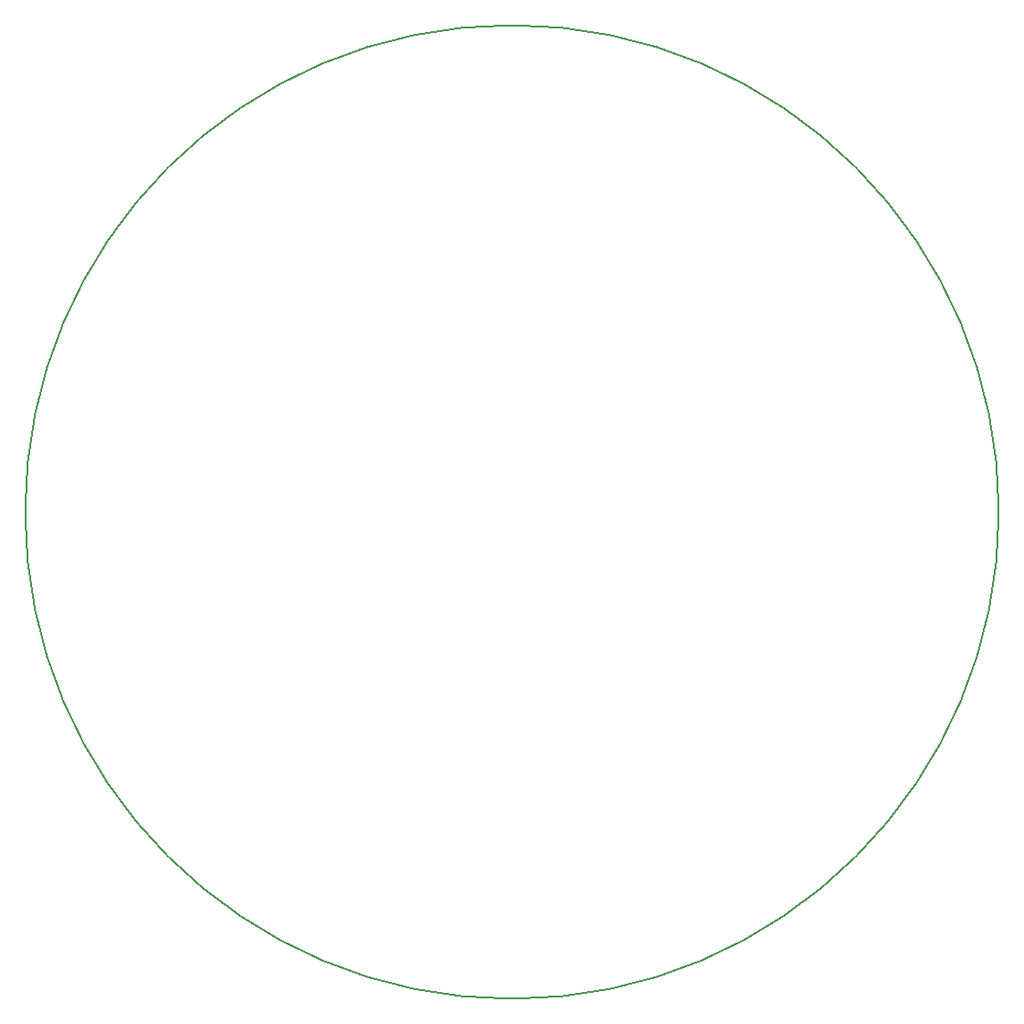
<source format=gbr>
G04 #@! TF.GenerationSoftware,KiCad,Pcbnew,(5.1.0)-1*
G04 #@! TF.CreationDate,2020-05-22T16:47:43+01:00*
G04 #@! TF.ProjectId,Solar8Ball,536f6c61-7238-4426-916c-6c2e6b696361,rev?*
G04 #@! TF.SameCoordinates,PX94225d0PY4cfd790*
G04 #@! TF.FileFunction,Profile,NP*
%FSLAX46Y46*%
G04 Gerber Fmt 4.6, Leading zero omitted, Abs format (unit mm)*
G04 Created by KiCad (PCBNEW (5.1.0)-1) date 2020-05-22 16:47:43*
%MOMM*%
%LPD*%
G04 APERTURE LIST*
%ADD10C,0.150000*%
G04 APERTURE END LIST*
D10*
X45000000Y0D02*
G75*
G02X-45000000Y0I-45000000J0D01*
G01*
X-45000000Y0D02*
G75*
G02X45000000Y0I45000000J0D01*
G01*
M02*

</source>
